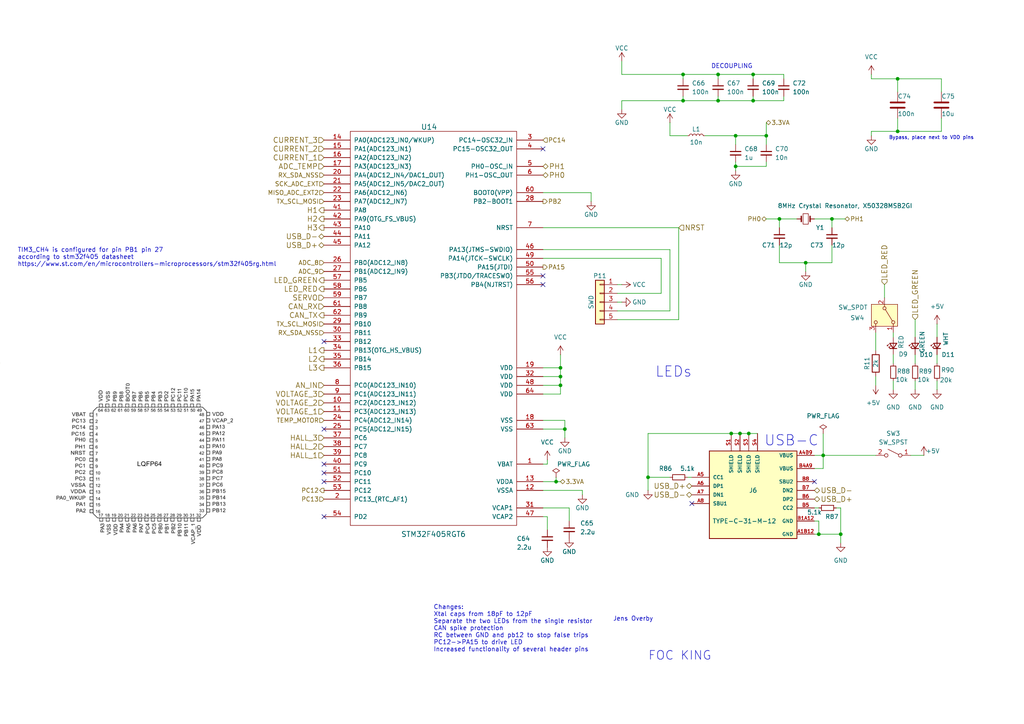
<source format=kicad_sch>
(kicad_sch (version 20231120) (generator "eeschema") (generator_version "8.0")
  (paper "A4")
  (junction (at 238.76 132.08))
  (junction (at 226.06 63.5))
  (junction (at 208.28 21.59))
  (junction (at 260.35 38.1))
  (junction (at 161.29 139.7))
  (junction (at 241.3 63.5))
  (junction (at 162.56 109.22))
  (junction (at 214.63 125.73))
  (junction (at 162.56 111.76))
  (junction (at 233.68 76.2))
  (junction (at 260.35 22.86))
  (junction (at 198.12 21.59))
  (junction (at 208.28 29.21))
  (junction (at -17.78 105.41))
  (junction (at 222.25 39.37))
  (junction (at 243.84 154.94))
  (junction (at 237.49 154.94))
  (junction (at 163.83 124.46))
  (junction (at 213.36 39.37))
  (junction (at 212.09 125.73))
  (junction (at 218.44 21.59))
  (junction (at 198.12 29.21))
  (junction (at 213.36 48.26))
  (junction (at 218.44 29.21))
  (junction (at 217.17 125.73))
  (junction (at 187.96 138.43))
  (junction (at -17.78 88.9))
  (junction (at 162.56 106.68))
  (no_connect (at 93.98 99.06))
  (no_connect (at 157.48 43.18))
  (no_connect (at -82.55 181.61))
  (no_connect (at 93.98 139.7))
  (no_connect (at 200.66 146.05))
  (no_connect (at 157.48 82.55))
  (no_connect (at 236.22 139.7))
  (no_connect (at 93.98 134.62))
  (no_connect (at 93.98 149.86))
  (no_connect (at -82.55 143.51))
  (no_connect (at 93.98 124.46))
  (no_connect (at 93.98 137.16))
  (no_connect (at -82.55 222.25))
  (no_connect (at 157.48 80.01))
  (wire (pts (xy -63.5 143.51) (xy -63.5 147.32)))
  (wire (pts (xy -29.21 88.9) (xy -17.78 88.9)))
  (wire (pts (xy -82.55 133.35) (xy -63.5 133.35)))
  (wire (pts (xy 252.73 22.86) (xy 260.35 22.86)))
  (wire (pts (xy 194.31 72.39) (xy 194.31 90.17)))
  (wire (pts (xy 254 96.52) (xy 254 101.6)))
  (wire (pts (xy -82.55 102.87) (xy -29.21 102.87)))
  (wire (pts (xy -17.78 95.25) (xy -17.78 88.9)))
  (wire (pts (xy -119.38 217.17) (xy -119.38 219.71)))
  (wire (pts (xy 273.05 22.86) (xy 273.05 26.67)))
  (wire (pts (xy 157.48 74.93) (xy 191.77 74.93)))
  (wire (pts (xy 157.48 106.68) (xy 162.56 106.68)))
  (wire (pts (xy 158.75 134.62) (xy 158.75 133.35)))
  (wire (pts (xy 208.28 29.21) (xy 218.44 29.21)))
  (wire (pts (xy -43.18 118.11) (xy -43.18 120.65)))
  (wire (pts (xy 198.12 29.21) (xy 208.28 29.21)))
  (wire (pts (xy 198.12 21.59) (xy 198.12 22.86)))
  (wire (pts (xy 180.34 31.75) (xy 180.34 29.21)))
  (wire (pts (xy 161.29 138.43) (xy 161.29 139.7)))
  (wire (pts (xy 237.49 151.13) (xy 237.49 154.94)))
  (wire (pts (xy 208.28 21.59) (xy 218.44 21.59)))
  (wire (pts (xy 194.31 39.37) (xy 199.39 39.37)))
  (wire (pts (xy 222.25 63.5) (xy 226.06 63.5)))
  (wire (pts (xy 213.36 41.91) (xy 213.36 39.37)))
  (wire (pts (xy 218.44 27.94) (xy 218.44 29.21)))
  (wire (pts (xy -111.76 223.52) (xy -111.76 222.25)))
  (wire (pts (xy 198.12 21.59) (xy 208.28 21.59)))
  (wire (pts (xy 163.83 121.92) (xy 163.83 124.46)))
  (wire (pts (xy 187.96 138.43) (xy 194.31 138.43)))
  (wire (pts (xy 243.84 154.94) (xy 243.84 157.48)))
  (wire (pts (xy 213.36 48.26) (xy 213.36 46.99)))
  (wire (pts (xy 241.3 71.12) (xy 241.3 76.2)))
  (wire (pts (xy 227.33 21.59) (xy 227.33 22.86)))
  (wire (pts (xy 180.34 82.55) (xy 179.07 82.55)))
  (wire (pts (xy 236.22 132.08) (xy 238.76 132.08)))
  (wire (pts (xy 241.3 63.5) (xy 241.3 66.04)))
  (wire (pts (xy 273.05 34.29) (xy 273.05 38.1)))
  (wire (pts (xy 162.56 111.76) (xy 157.48 111.76)))
  (wire (pts (xy -43.18 107.95) (xy -82.55 107.95)))
  (wire (pts (xy 162.56 139.7) (xy 161.29 139.7)))
  (wire (pts (xy 242.57 147.32) (xy 243.84 147.32)))
  (wire (pts (xy 171.45 58.42) (xy 171.45 55.88)))
  (wire (pts (xy 243.84 147.32) (xy 243.84 154.94)))
  (wire (pts (xy 162.56 109.22) (xy 162.56 111.76)))
  (wire (pts (xy -82.55 173.99) (xy -77.47 173.99)))
  (wire (pts (xy 204.47 39.37) (xy 213.36 39.37)))
  (wire (pts (xy -82.55 100.33) (xy -77.47 100.33)))
  (wire (pts (xy -17.78 105.41) (xy -8.89 105.41)))
  (wire (pts (xy 165.1 151.13) (xy 165.1 147.32)))
  (wire (pts (xy 218.44 21.59) (xy 218.44 22.86)))
  (wire (pts (xy -43.18 107.95) (xy -43.18 110.49)))
  (wire (pts (xy 157.48 121.92) (xy 163.83 121.92)))
  (wire (pts (xy 157.48 134.62) (xy 158.75 134.62)))
  (wire (pts (xy -35.56 69.85) (xy -33.02 69.85)))
  (wire (pts (xy -115.57 140.97) (xy -115.57 142.24)))
  (wire (pts (xy 179.07 92.71) (xy 196.85 92.71)))
  (wire (pts (xy 162.56 102.87) (xy 162.56 106.68)))
  (wire (pts (xy -17.78 100.33) (xy -17.78 105.41)))
  (wire (pts (xy 227.33 29.21) (xy 227.33 27.94)))
  (wire (pts (xy 256.54 82.55) (xy 256.54 86.36)))
  (wire (pts (xy 259.08 102.87) (xy 259.08 105.41)))
  (wire (pts (xy -115.57 219.71) (xy -115.57 220.98)))
  (wire (pts (xy 157.48 124.46) (xy 163.83 124.46)))
  (wire (pts (xy -111.76 144.78) (xy -111.76 143.51)))
  (wire (pts (xy 218.44 29.21) (xy 227.33 29.21)))
  (wire (pts (xy 217.17 125.73) (xy 219.71 125.73)))
  (wire (pts (xy 168.91 142.24) (xy 157.48 142.24)))
  (wire (pts (xy 213.36 48.26) (xy 222.25 48.26)))
  (wire (pts (xy 259.08 96.52) (xy 259.08 97.79)))
  (wire (pts (xy 265.43 92.71) (xy 265.43 97.79)))
  (wire (pts (xy 212.09 125.73) (xy 214.63 125.73)))
  (wire (pts (xy 161.29 139.7) (xy 157.48 139.7)))
  (wire (pts (xy 222.25 41.91) (xy 222.25 39.37)))
  (wire (pts (xy -119.38 138.43) (xy -119.38 140.97)))
  (wire (pts (xy 236.22 63.5) (xy 241.3 63.5)))
  (wire (pts (xy 233.68 76.2) (xy 233.68 78.74)))
  (wire (pts (xy 259.08 110.49) (xy 259.08 113.03)))
  (wire (pts (xy 158.75 149.86) (xy 158.75 153.67)))
  (wire (pts (xy -35.56 67.31) (xy -33.02 67.31)))
  (wire (pts (xy -35.56 64.77) (xy -33.02 64.77)))
  (wire (pts (xy 180.34 87.63) (xy 179.07 87.63)))
  (wire (pts (xy 157.48 149.86) (xy 158.75 149.86)))
  (wire (pts (xy 252.73 38.1) (xy 260.35 38.1)))
  (wire (pts (xy 191.77 74.93) (xy 191.77 85.09)))
  (wire (pts (xy 222.25 48.26) (xy 222.25 46.99)))
  (wire (pts (xy 271.78 110.49) (xy 271.78 113.03)))
  (wire (pts (xy 271.78 93.98) (xy 271.78 97.79)))
  (wire (pts (xy 162.56 114.3) (xy 157.48 114.3)))
  (wire (pts (xy 180.34 29.21) (xy 198.12 29.21)))
  (wire (pts (xy 238.76 125.73) (xy 238.76 132.08)))
  (wire (pts (xy -82.55 179.07) (xy -77.47 179.07)))
  (wire (pts (xy 265.43 102.87) (xy 265.43 105.41)))
  (wire (pts (xy 222.25 35.56) (xy 222.25 39.37)))
  (wire (pts (xy 243.84 154.94) (xy 237.49 154.94)))
  (wire (pts (xy 252.73 39.37) (xy 252.73 38.1)))
  (wire (pts (xy -82.55 176.53) (xy -59.69 176.53)))
  (wire (pts (xy -17.78 88.9) (xy -17.78 72.39)))
  (wire (pts (xy -111.76 143.51) (xy -110.49 143.51)))
  (wire (pts (xy -29.21 102.87) (xy -29.21 88.9)))
  (wire (pts (xy 194.31 35.56) (xy 194.31 39.37)))
  (wire (pts (xy 180.34 17.78) (xy 180.34 21.59)))
  (wire (pts (xy 236.22 154.94) (xy 237.49 154.94)))
  (wire (pts (xy 226.06 76.2) (xy 233.68 76.2)))
  (wire (pts (xy 271.78 102.87) (xy 271.78 105.41)))
  (wire (pts (xy 200.66 138.43) (xy 199.39 138.43)))
  (wire (pts (xy 265.43 110.49) (xy 265.43 113.03)))
  (wire (pts (xy 213.36 49.53) (xy 213.36 48.26)))
  (wire (pts (xy 233.68 76.2) (xy 241.3 76.2)))
  (wire (pts (xy 157.48 55.88) (xy 171.45 55.88)))
  (wire (pts (xy 238.76 132.08) (xy 238.76 135.89)))
  (wire (pts (xy 196.85 66.04) (xy 196.85 92.71)))
  (wire (pts (xy 260.35 38.1) (xy 273.05 38.1)))
  (wire (pts (xy 260.35 34.29) (xy 260.35 38.1)))
  (wire (pts (xy 187.96 125.73) (xy 187.96 138.43)))
  (wire (pts (xy 187.96 142.24) (xy 187.96 138.43)))
  (wire (pts (xy 222.25 39.37) (xy 213.36 39.37)))
  (wire (pts (xy 208.28 27.94) (xy 208.28 29.21)))
  (wire (pts (xy 236.22 151.13) (xy 237.49 151.13)))
  (wire (pts (xy 226.06 63.5) (xy 231.14 63.5)))
  (wire (pts (xy -111.76 222.25) (xy -110.49 222.25)))
  (wire (pts (xy 254 109.22) (xy 254 111.76)))
  (wire (pts (xy -110.49 219.71) (xy -115.57 219.71)))
  (wire (pts (xy -82.55 95.25) (xy -77.47 95.25)))
  (wire (pts (xy 212.09 125.73) (xy 187.96 125.73)))
  (wire (pts (xy 241.3 63.5) (xy 245.11 63.5)))
  (wire (pts (xy 264.16 132.08) (xy 267.97 132.08)))
  (wire (pts (xy 162.56 111.76) (xy 162.56 114.3)))
  (wire (pts (xy -119.38 217.17) (xy -110.49 217.17)))
  (wire (pts (xy -82.55 105.41) (xy -17.78 105.41)))
  (wire (pts (xy 162.56 109.22) (xy 157.48 109.22)))
  (wire (pts (xy 180.34 21.59) (xy 198.12 21.59)))
  (wire (pts (xy 260.35 22.86) (xy 273.05 22.86)))
  (wire (pts (xy -82.55 97.79) (xy -59.69 97.79)))
  (wire (pts (xy 260.35 22.86) (xy 260.35 26.67)))
  (wire (pts (xy 238.76 132.08) (xy 254 132.08)))
  (wire (pts (xy 191.77 85.09) (xy 179.07 85.09)))
  (wire (pts (xy 157.48 66.04) (xy 196.85 66.04)))
  (wire (pts (xy -17.78 120.65) (xy -17.78 119.38)))
  (wire (pts (xy 198.12 27.94) (xy 198.12 29.21)))
  (wire (pts (xy 218.44 21.59) (xy 227.33 21.59)))
  (wire (pts (xy 163.83 124.46) (xy 163.83 127)))
  (wire (pts (xy 252.73 21.59) (xy 252.73 22.86)))
  (wire (pts (xy 226.06 71.12) (xy 226.06 76.2)))
  (wire (pts (xy -17.78 105.41) (xy -17.78 111.76)))
  (wire (pts (xy 238.76 135.89) (xy 236.22 135.89)))
  (wire (pts (xy -63.5 133.35) (xy -63.5 135.89)))
  (wire (pts (xy 226.06 63.5) (xy 226.06 66.04)))
  (wire (pts (xy 157.48 72.39) (xy 194.31 72.39)))
  (wire (pts (xy 165.1 147.32) (xy 157.48 147.32)))
  (wire (pts (xy 214.63 125.73) (xy 217.17 125.73)))
  (wire (pts (xy 236.22 147.32) (xy 237.49 147.32)))
  (wire (pts (xy -35.56 72.39) (xy -17.78 72.39)))
  (wire (pts (xy 208.28 21.59) (xy 208.28 22.86)))
  (wire (pts (xy 194.31 90.17) (xy 179.07 90.17)))
  (wire (pts (xy -110.49 140.97) (xy -115.57 140.97)))
  (wire (pts (xy 168.91 143.51) (xy 168.91 142.24)))
  (wire (pts (xy -119.38 138.43) (xy -110.49 138.43)))
  (wire (pts (xy 162.56 106.68) (xy 162.56 109.22)))
  (image (at 41.91 134.62))
  (text "Input impedance 470R on every (CONN) pin makes\nit much more resilient to ESD, cross wiring, \nGPIO-GND/3V3 etc\n" (at -176.53 151.13 0) (effects (font (size 1.27 1.27)) (justify left bottom)))
  (text "Phase sensing" (at -64.77 111.76 0) (effects (font (size 1.27 1.27)) (justify left bottom)))
  (text "TIM3_CH4 is configured for pin PB1 pin 27\naccording to stm32f405 datasheet\nhttps://www.st.com/en/microcontrollers-microprocessors/stm32f405rg.html\n" (at 5.08 77.47 0) (effects (font (size 1.27 1.27)) (justify left bottom)))
  (text "DECOUPLING" (at 206.248 20.066 0) (effects (font (size 1.27 1.27)) (justify left bottom)))
  (text "Changes: \nXtal caps from 18pF to 12pF\nSeparate the two LEDs from the single resistor\nCAN spike protection\nRC between GND and pb12 to stop false trips\nPC12->PA15 to drive LED\nIncreased functionality of several header pins\n" (at 125.73 189.23 0) (effects (font (size 1.27 1.27)) (justify left bottom)))
  (text "LEDs\n" (at 189.992 109.728 0) (effects (font (size 2.9972 2.9972)) (justify left bottom)))
  (text "Jens Overby" (at 177.8 180.34 0) (effects (font (size 1.27 1.27)) (justify left bottom)))
  (text "not Bluepill / \nGD32F303 / \nArtery AT403pill\n" (at -53.34 135.89 0) (effects (font (size 1.27 1.27)) (justify left bottom)))
  (text "Likely use case: \nPWM Throttle\nEncoder on SPI, SSI \nor Incremental Peripherals\nGPIO" (at -182.88 125.73 0) (effects (font (size 1.27 1.27)) (justify left bottom)))
  (text "MISO and MOSI are useful to have \na link in case of one wire SSI\nDNP if full duplex required\n(Connect PB4, PB5 with 2k2 resistor)" (at -182.88 110.49 0) (effects (font (size 1.27 1.27)) (justify left bottom)))
  (text "Reserved PWM\n" (at -134.62 104.14 0) (effects (font (size 1.27 1.27)) (justify left bottom)))
  (text "Likely use case: \nPWM Throttle\nIncremental Encoder \nScreen Comms\nPeripherals\nGPIO" (at -182.88 139.7 0) (effects (font (size 1.27 1.27)) (justify left bottom)))
  (text "Reserved for USB \nDO NOT CONNECT" (at -142.24 115.57 0) (effects (font (size 1.27 1.27)) (justify left bottom)))
  (text "FOC KING" (at 187.96 191.77 0) (effects (font (size 2.54 2.54)) (justify left bottom)))
  (text "Phase sensing" (at -64.77 118.11 0) (effects (font (size 1.27 1.27)) (justify left bottom)))
  (text "USB-C\n" (at 221.615 129.667 0) (effects (font (size 2.9972 2.9972)) (justify left bottom)))
  (text "Bypass, place next to VDD pins" (at 257.81 40.64 0) (effects (font (size 1.016 1.016)) (justify left bottom)))
  (hierarchical_label "VOLTAGE_2" (shape input) (at -82.55 194.31 0) (effects (font (size 1.524 1.524))))
  (hierarchical_label "CURRENT_3" (shape input) (at -82.55 125.73 0) (effects (font (size 1.524 1.524))))
  (hierarchical_label "ADC_8" (shape input) (at 93.98 76.2 180))
  (hierarchical_label "RX_SDA_NSS" (shape input) (at 93.98 96.52 180))
  (hierarchical_label "USB_D+" (shape bidirectional) (at 200.66 140.97 180) (effects (font (size 1.524 1.524))))
  (hierarchical_label "H3" (shape output) (at -110.49 102.87 180) (effects (font (size 1.524 1.524))))
  (hierarchical_label "PC12" (shape output) (at -110.49 173.99 180))
  (hierarchical_label "NRST" (shape input) (at 196.85 66.04 0) (effects (font (size 1.5 1.5))))
  (hierarchical_label "HALL_2" (shape input) (at -82.55 138.43 0) (effects (font (size 1.524 1.524))))
  (hierarchical_label "NRST" (shape input) (at -63.5 133.35 0) (effects (font (size 1.5 1.5))))
  (hierarchical_label "CAN_RX" (shape input) (at -110.49 212.09 180) (effects (font (size 1.524 1.524))))
  (hierarchical_label "MISO_ADC_EXT2" (shape input) (at -110.49 194.31 180))
  (hierarchical_label "LED_RED" (shape output) (at -110.49 207.01 180) (effects (font (size 1.524 1.524))))
  (hierarchical_label "CURRENT_2" (shape input) (at 93.98 43.18 180) (effects (font (size 1.524 1.524))))
  (hierarchical_label "H1" (shape output) (at 93.98 60.96 180) (effects (font (size 1.524 1.524))))
  (hierarchical_label "TEMP_MOTOR" (shape input) (at 93.98 121.92 180))
  (hierarchical_label "H1" (shape output) (at -110.49 176.53 180) (effects (font (size 1.524 1.524))))
  (hierarchical_label "PC14" (shape input) (at 157.48 40.64 0))
  (hierarchical_label "SERVO" (shape input) (at 93.98 86.36 180) (effects (font (size 1.524 1.524))))
  (hierarchical_label "ADC_9" (shape input) (at -110.49 123.19 180))
  (hierarchical_label "VOLTAGE_3" (shape input) (at -82.55 196.85 0) (effects (font (size 1.524 1.524))))
  (hierarchical_label "TX_SCL_MOSI" (shape input) (at -110.49 113.03 180))
  (hierarchical_label "CAN_RX" (shape input) (at 93.98 88.9 180) (effects (font (size 1.524 1.524))))
  (hierarchical_label "PC13" (shape input) (at -82.55 130.81 0))
  (hierarchical_label "PB2" (shape output) (at 157.48 58.42 0))
  (hierarchical_label "PC14" (shape input) (at -82.55 207.01 0))
  (hierarchical_label "HALL_1" (shape input) (at -82.55 140.97 0) (effects (font (size 1.524 1.524))))
  (hierarchical_label "CAN_TX" (shape output) (at -110.49 214.63 180) (effects (font (size 1.524 1.524))))
  (hierarchical_label "L3" (shape output) (at -110.49 189.23 180) (effects (font (size 1.524 1.524))))
  (hierarchical_label "L1" (shape output) (at -110.49 105.41 180) (effects (font (size 1.524 1.524))))
  (hierarchical_label "ADC_TEMP" (shape input) (at -82.55 186.69 0) (effects (font (size 1.524 1.524))))
  (hierarchical_label "VOLTAGE_3" (shape input) (at 93.98 114.3 180) (effects (font (size 1.524 1.524))))
  (hierarchical_label "HALL_3" (shape input) (at -82.55 135.89 0) (effects (font (size 1.524 1.524))))
  (hierarchical_label "SCK_ADC_EXT" (shape input) (at -110.49 118.11 180))
  (hierarchical_label "CURRENT_3" (shape input) (at -82.55 204.47 0) (effects (font (size 1.524 1.524))))
  (hierarchical_label "L1" (shape output) (at -110.49 184.15 180) (effects (font (size 1.524 1.524))))
  (hierarchical_label "PC13" (shape input) (at -82.55 209.55 0))
  (hierarchical_label "CURRENT_1" (shape input) (at 93.98 45.72 180) (effects (font (size 1.524 1.524))))
  (hierarchical_label "VOLTAGE_1" (shape input) (at 93.98 119.38 180) (effects (font (size 1.524 1.524))))
  (hierarchical_label "L2" (shape output) (at 93.98 104.14 180) (effects (font (size 1.524 1.524))))
  (hierarchical_label "TX_SCL_MOSI" (shape input) (at 93.98 58.42 180))
  (hierarchical_label "PC12" (shape output) (at -110.49 95.25 180))
  (hierarchical_label "HALL_3" (shape input) (at 93.98 127 180) (effects (font (size 1.524 1.524))))
  (hierarchical_label "MISO_ADC_EXT2" (shape input) (at 93.98 55.88 180))
  (hierarchical_label "TEMP_MOTOR" (shape input) (at -110.49 130.81 180))
  (hierarchical_label "PH1" (shape bidirectional) (at 245.11 63.5 0))
  (hierarchical_label "RX_SDA_NSS" (shape input) (at 93.98 50.8 180))
  (hierarchical_label "VOLTAGE_1" (shape input) (at -82.55 113.03 0) (effects (font (size 1.524 1.524))))
  (hierarchical_label "LED_RED" (shape input) (at 256.54 82.55 90) (effects (font (size 1.524 1.524))))
  (hierarchical_label "VOLTAGE_3" (shape input) (at -82.55 118.11 0) (effects (font (size 1.524 1.524))))
  (hierarchical_label "SCK_ADC_EXT" (shape input) (at 93.98 53.34 180))
  (hierarchical_label "3.3VA" (shape bidirectional) (at 222.25 35.56 0))
  (hierarchical_label "ADC_8" (shape input) (at -110.49 125.73 180))
  (hierarchical_label "HALL_1" (shape input) (at -82.55 219.71 0) (effects (font (size 1.524 1.524))))
  (hierarchical_label "VOLTAGE_2" (shape input) (at 93.98 116.84 180) (effects (font (size 1.524 1.524))))
  (hierarchical_label "AN_IN" (shape input) (at -82.55 110.49 0) (effects (font (size 1.524 1.524))))
  (hierarchical_label "PA15" (shape output) (at 157.48 77.47 0))
  (hierarchical_label "USB_D-" (shape bidirectional) (at 236.22 142.24 0) (effects (font (size 1.524 1.524))))
  (hierarchical_label "H2" (shape output) (at -110.49 179.07 180) (effects (font (size 1.524 1.524))))
  (hierarchical_label "ADC_8" (shape input) (at -110.49 204.47 180))
  (hierarchical_label "3.3VA" (shape bidirectional) (at 162.56 139.7 0))
  (hierarchical_label "H2" (shape output) (at -110.49 100.33 180) (effects (font (size 1.524 1.524))))
  (hierarchical_label "SCK_ADC_EXT" (shape input) (at -110.49 196.85 180))
  (hierarchical_label "HALL_2" (shape input) (at -82.55 217.17 0) (effects (font (size 1.524 1.524))))
  (hierarchical_label "RX_SDA_NSS" (shape input) (at -110.49 120.65 180))
  (hierarchical_label "PC13" (shape input) (at 93.98 144.78 180))
  (hierarchical_label "PH1" (shape bidirectional) (at 157.48 48.26 0) (effects (font (size 1.5 1.5))))
  (hierarchical_label "RX_SDA_NSS" (shape input) (at -110.49 199.39 180))
  (hierarchical_label "L3" (shape output) (at 93.98 106.68 180) (effects (font (size 1.524 1.524))))
  (hierarchical_label "L1" (shape output) (at 93.98 101.6 180) (effects (font (size 1.524 1.524))))
  (hierarchical_label "L3" (shape output) (at -110.49 110.49 180) (effects (font (size 1.524 1.524))))
  (hierarchical_label "USB_D-" (shape bidirectional) (at 200.66 143.51 180) (effects (font (size 1.524 1.524))))
  (hierarchical_label "USB_D+" (shape bidirectional) (at 93.98 71.12 180) (effects (font (size 1.524 1.524))))
  (hierarchical_label "LED_GREEN" (shape output) (at 93.98 81.28 180) (effects (font (size 1.524 1.524))))
  (hierarchical_label "CURRENT_3" (shape input) (at 93.98 40.64 180) (effects (font (size 1.524 1.524))))
  (hierarchical_label "HALL_1" (shape input) (at 93.98 132.08 180) (effects (font (size 1.524 1.524))))
  (hierarchical_label "ADC_9" (shape input) (at 93.98 78.74 180))
  (hierarchical_label "CAN_RX" (shape input) (at -110.49 133.35 180) (effects (font (size 1.524 1.524))))
  (hierarchical_label "NRST" (shape input) (at -82.55 212.09 0) (effects (font (size 1.5 1.5))))
  (hierarchical_label "AN_IN" (shape input) (at 93.98 111.76 180) (effects (font (size 1.524 1.524))))
  (hierarchical_label "MISO_ADC_EXT2" (shape input) (at -110.49 115.57 180))
  (hierarchical_label "L2" (shape output) (at -110.49 107.95 180) (effects (font (size 1.524 1.524))))
  (hierarchical_label "CURRENT_2" (shape input) (at -82.55 201.93 0) (effects (font (size 1.524 1.524))))
  (hierarchical_label "PH0" (shape bidirectional) (at 222.25 63.5 180))
  (hierarchical_label "TX_SCL_MOSI" (shape input) (at 93.98 93.98 180))
  (hierarchical_label "TEMP_MOTOR" (shape input) (at -110.49 209.55 180))
  (hierarchical_label "CAN_TX" (shape output) (at 93.98 91.44 180) (effects (font (size 1.524 1.524))))
  (hierarchical_label "HALL_2" (shape input) (at 93.98 129.54 180) (effects (font (size 1.524 1.524))))
  (hierarchical_label "L2" (shape output) (at -110.49 186.69 180) (effects (font (size 1.524 1.524))))
  (hierarchical_label "SERVO" (shape input) (at -82.55 184.15 0) (effects (font (size 1.524 1.524))))
  (hierarchical_label "PC14" (shape input) (at -82.55 128.27 0))
  (hierarchical_label "LED_RED" (shape output) (at 93.98 83.82 180) (effects (font (size 1.524 1.524))))
  (hierarchical_label "CURRENT_1" (shape input) (at -82.55 120.65 0) (effects (font (size 1.524 1.524))))
  (hierarchical_label "ADC_9" (shape input) (at -110.49 201.93 180))
  (hierarchical_label "H2" (shape output) (at 93.98 63.5 180) (effects (font (size 1.524 1.524))))
  (hierarchical_label "TX_SCL_MOSI" (shape input) (at -110.49 191.77 180))
  (hierarchical_label "LED_GREEN" (shape input) (at 265.43 92.71 90) (effects (font (size 1.524 1.524))))
  (hierarchical_label "CURRENT_1" (shape input) (at -82.55 199.39 0) (effects (font (size 1.524 1.524))))
  (hierarchical_label "VOLTAGE_2" (shape input) (at -82.55 115.57 0) (effects (font (size 1.524 1.524))))
  (hierarchical_label "AN_IN" (shape input) (at -82.55 189.23 0) (effects (font (size 1.524 1.524))))
  (hierarchical_label "PC12" (shape output) (at 93.98 142.24 180))
  (hierarchical_label "H1" (shape output) (at -110.49 97.79 180) (effects (font (size 1.524 1.524))))
  (hierarchical_label "PH0" (shape bidirectional) (at 157.48 50.8 0) (effects (font (size 1.5 1.5))))
  (hierarchical_label "CURRENT_2" (shape input) (at -82.55 123.19 0) (effects (font (size 1.524 1.524))))
  (hierarchical_label "LED_RED" (shape output) (at -110.49 128.27 180) (effects (font (size 1.524 1.524))))
  (hierarchical_label "HALL_3" (shape input) (at -82.55 214.63 0) (effects (font (size 1.524 1.524))))
  (hierarchical_label "ADC_TEMP" (shape input) (at -43.18 107.95 0) (effects (font (size 1.524 1.524))))
  (hierarchical_label "ADC_TEMP" (shape input) (at 93.98 48.26 180) (effects (font (size 1.524 1.524))))
  (hierarchical_label "USB_D+" (shape bidirectional) (at 236.22 144.78 0) (effects (font (size 1.524 1.524))))
  (hierarchical_label "SERVO" (shape input) (at -8.89 105.41 0) (effects (font (size 1.524 1.524))))
  (hierarchical_label "VOLTAGE_1" (shape input) (at -82.55 191.77 0) (effects (font (size 1.524 1.524))))
  (hierarchical_label "H3" (shape output) (at 93.98 66.04 180) (effects (font (size 1.524 1.524))))
  (hierarchical_label "H3" (shape output) (at -110.49 181.61 180) (effects (font (size 1.524 1.524))))
  (hierarchical_label "USB_D-" (shape bidirectional) (at 93.98 68.58 180) (effects (font (size 1.524 1.524))))
  (hierarchical_label "CAN_TX" (shape output) (at -110.49 135.89 180) (effects (font (size 1.524 1.524))))
  (symbol (lib_id "power:+5V") (at -77.47 173.99 270) (unit 1)
    (property "Reference" "#PWR069" (effects (hide yes)))
    (property "Value" "+5V" (at -69.85 173.99 90) (effects (justify right)))
    (property "Description" "Power symbol creates a global label with name \"+5V\"" (effects (hide yes)))
  )
  (symbol (lib_id "Device:C_Small") (at 218.44 25.4 0) (unit 1)
    (property "Reference" "C69" (at 220.98 24.13 0) (effects (justify left)))
    (property "Value" "100n" (at 220.98 26.67 0) (effects (justify left)))
    (property "Footprint" "Capacitor_SMD:C_0603_1608Metric" (effects (hide yes)))
    (property "Datasheet" "https://datasheet.lcsc.com/lcsc/1810191219_Samsung-Electro-Mechanics-CL05B104KO5NNNC_C1525.pdf" (effects (hide yes)))
    (property "LCSC" "C14663" (effects (hide yes)))
  )
  (symbol (lib_id "Connector_Generic:Conn_01x05") (at 173.99 87.63 0) (mirror y) (unit 1)
    (property "Reference" "P11" (at 173.99 80.01 0))
    (property "Value" "SWD" (at 171.45 87.63 90))
    (property "Footprint" "Connector_PinHeader_2.54mm:PinHeader_1x05_P2.54mm_Vertical" (effects (hide yes)))
  )
  (symbol (lib_id "power:GND") (at 265.43 113.03 0) (unit 1)
    (property "Reference" "#PWR096" (effects (hide yes)))
    (property "Value" "GND" (at 265.43 118.11 0))
    (property "Description" "Power symbol creates a global label with name \"GND\" , ground" (effects (hide yes)))
  )
  (symbol (lib_id "Device:R_Small") (at 265.43 107.95 180) (unit 1)
    (property "Reference" "R89" (at 266.446 107.696 0) (effects (justify right)))
    (property "Value" "10k" (at 266.065 110.109 0) (effects (justify right)))
    (property "Footprint" "Resistor_SMD:R_0603_1608Metric" (effects (hide yes)))
    (property "LCSC" "C25804" (effects (hide yes)))
  )
  (symbol (lib_id "Device:R_Small") (at 259.08 107.95 180) (unit 1)
    (property "Reference" "R88" (at 260.096 107.696 0) (effects (justify right)))
    (property "Value" "10k" (at 259.715 110.109 0) (effects (justify right)))
    (property "Footprint" "Resistor_SMD:R_0603_1608Metric" (effects (hide yes)))
    (property "LCSC" "C25804" (effects (hide yes)))
  )
  (symbol (lib_id "power:GND") (at 163.83 127 0) (unit 1)
    (property "Reference" "#PWR082" (effects (hide yes)))
    (property "Value" "GND" (at 163.83 130.81 0))
    (property "Description" "Power symbol creates a global label with name \"GND\" , ground" (effects (hide yes)))
  )
  (symbol (lib_id "power:GND") (at 165.1 156.21 0) (unit 1)
    (property "Reference" "#PWR083" (effects (hide yes)))
    (property "Value" "GND" (at 165.1 160.02 0))
    (property "Description" "Power symbol creates a global label with name \"GND\" , ground" (effects (hide yes)))
  )
  (symbol (lib_id "Device:R") (at 254 105.41 180) (unit 1)
    (property "Reference" "R11" (at 251.46 105.41 90))
    (property "Value" "2k" (at 254 105.41 90))
    (property "Footprint" "Resistor_SMD:R_0603_1608Metric" (effects (hide yes)))
    (property "LCSC" "C22975" (effects (hide yes)))
  )
  (symbol (lib_id "power:GND") (at -63.5 147.32 0) (unit 1)
    (property "Reference" "#PWR071" (effects (hide yes)))
    (property "Value" "GND" (at -66.04 149.86 90) (effects (justify left)))
    (property "Description" "Power symbol creates a global label with name \"GND\" , ground" (effects (hide yes)))
  )
  (symbol (lib_id "power:GND") (at 252.73 39.37 0) (unit 1)
    (property "Reference" "#PWR098" (effects (hide yes)))
    (property "Value" "GND" (at 252.73 43.18 0))
    (property "Description" "Power symbol creates a global label with name \"GND\" , ground" (effects (hide yes)))
  )
  (symbol (lib_id "power:+5V") (at 271.78 93.98 0) (unit 1)
    (property "Reference" "#PWR099" (effects (hide yes)))
    (property "Value" "+5V" (at 271.78 88.9 0))
    (property "Description" "Power symbol creates a global label with name \"+5V\"" (effects (hide yes)))
  )
  (symbol (lib_id "power:VCC") (at 180.34 82.55 270) (unit 1)
    (property "Reference" "#PWR088" (effects (hide yes)))
    (property "Value" "VCC" (at 185.42 82.55 90))
    (property "Description" "Power symbol creates a global label with name \"VCC\"" (effects (hide yes)))
  )
  (symbol (lib_id "power:GND") (at 158.75 158.75 0) (unit 1)
    (property "Reference" "#PWR080" (effects (hide yes)))
    (property "Value" "GND" (at 158.75 162.56 0))
    (property "Description" "Power symbol creates a global label with name \"GND\" , ground" (effects (hide yes)))
  )
  (symbol (lib_id "power:GND") (at 271.78 113.03 0) (unit 1)
    (property "Reference" "#PWR0100" (effects (hide yes)))
    (property "Value" "GND" (at 271.78 118.11 0))
    (property "Description" "Power symbol creates a global label with name \"GND\" , ground" (effects (hide yes)))
  )
  (symbol (lib_id "Device:C_Small") (at 198.12 25.4 0) (unit 1)
    (property "Reference" "C66" (at 200.66 24.13 0) (effects (justify left)))
    (property "Value" "100n" (at 200.66 26.67 0) (effects (justify left)))
    (property "Footprint" "Capacitor_SMD:C_0603_1608Metric" (effects (hide yes)))
    (property "Datasheet" "https://datasheet.lcsc.com/lcsc/1810191219_Samsung-Electro-Mechanics-CL05B104KO5NNNC_C1525.pdf" (effects (hide yes)))
    (property "LCSC" "C14663" (effects (hide yes)))
  )
  (symbol (lib_id "power:VCC") (at 158.75 133.35 0) (unit 1)
    (property "Reference" "#PWR079" (effects (hide yes)))
    (property "Value" "VCC" (at 158.75 128.27 0))
    (property "Description" "Power symbol creates a global label with name \"VCC\"" (effects (hide yes)))
  )
  (symbol (lib_id "Device:C") (at -63.5 139.7 0) (unit 1)
    (property "Reference" "C61" (at -59.69 139.7 0) (effects (justify left)))
    (property "Value" "100n" (at -60.96 142.24 0) (effects (justify left)))
    (property "Footprint" "Capacitor_SMD:C_0603_1608Metric" (effects (hide yes)))
    (property "MFR PT" "CC0603KRX7R9BB104" (effects (hide yes)))
    (property "LCSC" "C14663" (effects (hide yes)))
  )
  (symbol (lib_id "power:GND") (at 233.68 78.74 0) (unit 1)
    (property "Reference" "#PWR093" (effects (hide yes)))
    (property "Value" "GND" (at 233.68 82.55 0))
    (property "Description" "Power symbol creates a global label with name \"GND\" , ground" (effects (hide yes)))
  )
  (symbol (lib_id "Device:R_Small") (at 196.85 138.43 270) (unit 1)
    (property "Reference" "R86" (at 193.04 135.89 90))
    (property "Value" "5.1k" (at 199.39 135.89 90))
    (property "Footprint" "Resistor_SMD:R_0603_1608Metric" (effects (hide yes)))
    (property "LCSC" "C23186" (effects (hide yes)))
  )
  (symbol (lib_id "power:GND") (at -59.69 176.53 90) (unit 1)
    (property "Reference" "#PWR073" (effects (hide yes)))
    (property "Value" "GND" (at -52.07 176.53 90) (effects (justify left)))
    (property "Description" "Power symbol creates a global label with name \"GND\" , ground" (effects (hide yes)))
  )
  (symbol (lib_id "power:GND") (at -43.18 120.65 0) (unit 1)
    (property "Reference" "#PWR074" (effects (hide yes)))
    (property "Value" "GND" (at -45.72 123.19 90) (effects (justify left)))
    (property "Description" "Power symbol creates a global label with name \"GND\" , ground" (effects (hide yes)))
  )
  (symbol (lib_id "power:GND") (at 259.08 113.03 0) (unit 1)
    (property "Reference" "#PWR095" (effects (hide yes)))
    (property "Value" "GND" (at 259.08 118.11 0))
    (property "Description" "Power symbol creates a global label with name \"GND\" , ground" (effects (hide yes)))
  )
  (symbol (lib_id "power:+5V") (at -33.02 64.77 270) (unit 1)
    (property "Reference" "#PWR075" (effects (hide yes)))
    (property "Value" "+5V" (at -27.94 64.77 90))
    (property "Description" "Power symbol creates a global label with name \"+5V\"" (effects (hide yes)))
  )
  (symbol (lib_id "CCC_ESC_Custom_Symbols:STM32F401CCU6_Balckpill") (at -107.95 171.45 0) (unit 1)
    (property "Reference" "U13" (at -96.52 166.37 0))
    (property "Value" "STM32F401CCU6_Blackpill" (at -96.52 168.91 0))
    (property "Footprint" "Custom:Blackpill_STM32F401CEU6" (effects (hide yes)))
  )
  (symbol (lib_id "power:VCC") (at 162.56 102.87 0) (unit 1)
    (property "Reference" "#PWR081" (effects (hide yes)))
    (property "Value" "VCC" (at 162.56 97.79 0))
    (property "Description" "Power symbol creates a global label with name \"VCC\"" (effects (hide yes)))
  )
  (symbol (lib_id "Device:R_Small") (at -17.78 97.79 0) (mirror y) (unit 1)
    (property "Reference" "R85" (at -20.32 96.52 90) (effects (justify right)))
    (property "Value" "100R" (at -15.24 95.25 90) (effects (justify right)))
    (property "Footprint" "Resistor_SMD:R_0603_1608Metric" (effects (hide yes)))
    (property "LCSC" "C22775" (effects (hide yes)))
  )
  (symbol (lib_id "power:VCC") (at -77.47 100.33 270) (unit 1)
    (property "Reference" "#PWR068" (effects (hide yes)))
    (property "Value" "VCC" (at -69.85 100.33 90) (effects (justify right)))
    (property "Description" "Power symbol creates a global label with name \"VCC\"" (effects (hide yes)))
  )
  (symbol (lib_id "Device:Crystal_Small") (at 233.68 63.5 0) (unit 1)
    (property "Reference" "Y1" (at 237.871 66.04 0))
    (property "Value" "8MHz Crystal Resonator, X50328MSB2GI" (at 245.11 59.69 0))
    (property "Footprint" "Crystal:Crystal_SMD_5032-2Pin_5.0x3.2mm" (effects (hide yes)))
    (property "LCSC" "C115962" (effects (hide yes)))
  )
  (symbol (lib_id "Device:C_Small") (at 208.28 25.4 0) (unit 1)
    (property "Reference" "C67" (at 210.82 24.13 0) (effects (justify left)))
    (property "Value" "100n" (at 210.82 26.67 0) (effects (justify left)))
    (property "Footprint" "Capacitor_SMD:C_0603_1608Metric" (effects (hide yes)))
    (property "Datasheet" "https://datasheet.lcsc.com/lcsc/1810191219_Samsung-Electro-Mechanics-CL05B104KO5NNNC_C1525.pdf" (effects (hide yes)))
    (property "LCSC" "C14663" (effects (hide yes)))
  )
  (symbol (lib_id "power:+5V") (at 254 111.76 180) (unit 1)
    (property "Reference" "#PWR0105" (effects (hide yes)))
    (property "Value" "+5V" (at 253.238 116.84 0))
    (property "Description" "Power symbol creates a global label with name \"+5V\"" (effects (hide yes)))
  )
  (symbol (lib_id "power:VCC") (at -77.47 179.07 270) (unit 1)
    (property "Reference" "#PWR070" (effects (hide yes)))
    (property "Value" "VCC" (at -69.85 179.07 90) (effects (justify right)))
    (property "Description" "Power symbol creates a global label with name \"VCC\"" (effects (hide yes)))
  )
  (symbol (lib_id "power:GND") (at -59.69 97.79 90) (unit 1)
    (property "Reference" "#PWR072" (effects (hide yes)))
    (property "Value" "GND" (at -52.07 97.79 90) (effects (justify left)))
    (property "Description" "Power symbol creates a global label with name \"GND\" , ground" (effects (hide yes)))
  )
  (symbol (lib_id "Device:LED_Small") (at 259.08 100.33 90) (unit 1)
    (property "Reference" "D9" (at 260.604 102.743 90) (effects (justify right)))
    (property "Value" "RED" (at 261.366 99.187 0))
    (property "Footprint" "LED_SMD:LED_0805_2012Metric" (effects (hide yes)))
    (property "Datasheet" "https://datasheet.lcsc.com/lcsc/2008201033_Foshan-NationStar-Optoelectronics-NCD0603G2_C87326.pdf" (effects (hide yes)))
    (property "LCSC" "C84256" (effects (hide yes)))
  )
  (symbol (lib_id "power:VCC") (at -111.76 223.52 180) (unit 1)
    (property "Reference" "#PWR066" (effects (hide yes)))
    (property "Value" "VCC" (at -111.76 227.33 0) (effects (justify right)))
    (property "Description" "Power symbol creates a global label with name \"VCC\"" (effects (hide yes)))
  )
  (symbol (lib_id "power:GND") (at -17.78 120.65 0) (mirror y) (unit 1)
    (property "Reference" "#PWR078" (effects (hide yes)))
    (property "Value" "GND" (at -17.78 124.46 0))
    (property "Description" "Power symbol creates a global label with name \"GND\" , ground" (effects (hide yes)))
  )
  (symbol (lib_id "Connector_Generic:Conn_01x04") (at -40.64 69.85 180) (unit 1)
    (property "Reference" "J5" (at -40.64 60.96 0))
    (property "Value" "servo" (at -40.64 76.2 0))
    (property "Footprint" "Connector_JST:JST_XH_B4B-XH-A_1x04_P2.50mm_Vertical" (effects (hide yes)))
  )
  (symbol (lib_id "power:+5V") (at -119.38 219.71 180) (unit 1)
    (property "Reference" "#PWR062" (effects (hide yes)))
    (property "Value" "+5V" (at -124.46 220.98 0) (effects (justify right)))
    (property "Description" "Power symbol creates a global label with name \"+5V\"" (effects (hide yes)))
  )
  (symbol (lib_id "power:GND") (at -115.57 220.98 0) (unit 1)
    (property "Reference" "#PWR064" (effects (hide yes)))
    (property "Value" "GND" (at -118.11 224.79 0))
    (property "Description" "Power symbol creates a global label with name \"GND\" , ground" (effects (hide yes)))
  )
  (symbol (lib_id "Device:C") (at -43.18 114.3 0) (unit 1)
    (property "Reference" "C62" (at -39.37 114.3 0) (effects (justify left)))
    (property "Value" "100n" (at -40.64 116.84 0) (effects (justify left)))
    (property "Footprint" "Capacitor_SMD:C_0603_1608Metric" (effects (hide yes)))
    (property "MFR PT" "CC0603KRX7R9BB104" (effects (hide yes)))
    (property "LCSC" "C14663" (effects (hide yes)))
  )
  (symbol (lib_id "Switch:SW_SPDT") (at 256.54 91.44 270) (unit 1)
    (property "Reference" "SW4" (at 248.666 92.202 90))
    (property "Value" "SW_SPDT" (at 247.396 89.154 90))
    (property "Footprint" "Jumper:SolderJumper-3_P1.3mm_Bridged2Bar12_Pad1.0x1.5mm" (effects (hide yes)))
    (property "Description" "Switch, single pole double throw" (effects (hide yes)))
  )
  (symbol (lib_id "power:VCC") (at -111.76 144.78 180) (unit 1)
    (property "Reference" "#PWR065" (effects (hide yes)))
    (property "Value" "VCC" (at -111.76 148.59 0) (effects (justify right)))
    (property "Description" "Power symbol creates a global label with name \"VCC\"" (effects (hide yes)))
  )
  (symbol (lib_id "Device:C_Small") (at 158.75 156.21 0) (unit 1)
    (property "Reference" "C64" (at 149.86 156.21 0) (effects (justify left)))
    (property "Value" "2.2u" (at 149.86 158.75 0) (effects (justify left)))
    (property "Footprint" "Capacitor_SMD:C_0603_1608Metric" (effects (hide yes)))
    (property "LCSC" "C23630" (effects (hide yes)))
  )
  (symbol (lib_id "Device:C_Small") (at 165.1 153.67 0) (unit 1)
    (property "Reference" "C65" (at 168.275 151.765 0) (effects (justify left)))
    (property "Value" "2.2u" (at 168.275 154.305 0) (effects (justify left)))
    (property "Footprint" "Capacitor_SMD:C_0603_1608Metric" (effects (hide yes)))
    (property "LCSC" "C23630" (effects (hide yes)))
  )
  (symbol (lib_id "power:GND") (at 187.96 142.24 0) (unit 1)
    (property "Reference" "#PWR090" (effects (hide yes)))
    (property "Value" "GND" (at 185.42 143.5101 0) (effects (justify right)))
    (property "Description" "Power symbol creates a global label with name \"GND\" , ground" (effects (hide yes)))
  )
  (symbol (lib_id "power:+5V") (at -119.38 140.97 180) (unit 1)
    (property "Reference" "#PWR061" (effects (hide yes)))
    (property "Value" "+5V" (at -124.46 142.24 0) (effects (justify right)))
    (property "Description" "Power symbol creates a global label with name \"+5V\"" (effects (hide yes)))
  )
  (symbol (lib_id "BLDC_4-rescue:STM32F40X_LQFP64") (at 125.73 95.25 0) (unit 1)
    (property "Reference" "U14" (at 124.46 36.83 0) (effects (font (size 1.524 1.524))))
    (property "Value" "STM32F405RGT6" (at 125.73 154.94 0) (effects (font (size 1.524 1.524))))
    (property "Footprint" "Package_QFP:LQFP-64_10x10mm_P0.5mm" (effects (hide yes)))
    (property "LCSC" "C15742" (effects (hide yes)))
  )
  (symbol (lib_id "power:GND") (at -33.02 67.31 90) (mirror x) (unit 1)
    (property "Reference" "#PWR076" (effects (hide yes)))
    (property "Value" "GND" (at -27.94 67.31 90))
    (property "Description" "Power symbol creates a global label with name \"GND\" , ground" (effects (hide yes)))
  )
  (symbol (lib_id "power:+5V") (at -77.47 95.25 270) (unit 1)
    (property "Reference" "#PWR067" (effects (hide yes)))
    (property "Value" "+5V" (at -69.85 95.25 90) (effects (justify right)))
    (property "Description" "Power symbol creates a global label with name \"+5V\"" (effects (hide yes)))
  )
  (symbol (lib_id "Device:C_Small") (at 213.36 44.45 0) (unit 1)
    (property "Reference" "C68" (at 215.9 43.18 0) (effects (justify left)))
    (property "Value" "1u" (at 215.9 45.72 0) (effects (justify left)))
    (property "Footprint" "Capacitor_SMD:C_0603_1608Metric" (effects (hide yes)))
    (property "Datasheet" "https://datasheet.lcsc.com/lcsc/1811091611_Samsung-Electro-Mechanics-CL05A105KA5NQNC_C52923.pdf" (effects (hide yes)))
    (property "LCSC" "C15849" (effects (hide yes)))
  )
  (symbol (lib_id "power:GND") (at 180.34 31.75 0) (unit 1)
    (property "Reference" "#PWR087" (effects (hide yes)))
    (property "Value" "GND" (at 180.34 35.56 0))
    (property "Description" "Power symbol creates a global label with name \"GND\" , ground" (effects (hide yes)))
  )
  (symbol (lib_id "power:VCC") (at 194.31 35.56 0) (unit 1)
    (property "Reference" "#PWR091" (effects (hide yes)))
    (property "Value" "VCC" (at 194.31 31.75 0))
    (property "Description" "Power symbol creates a global label with name \"VCC\"" (effects (hide yes)))
  )
  (symbol (lib_id "power:PWR_FLAG") (at 238.76 125.73 0) (unit 1)
    (property "Reference" "#FLG05" (effects (hide yes)))
    (property "Value" "PWR_FLAG" (at 238.76 120.65 0))
    (property "Description" "Special symbol for telling ERC where power comes from" (effects (hide yes)))
  )
  (symbol (lib_id "Device:LED_Small") (at 265.43 100.33 90) (unit 1)
    (property "Reference" "D10" (at 266.7 102.87 90) (effects (justify right)))
    (property "Value" "GREEN" (at 267.462 99.187 0))
    (property "Footprint" "LED_SMD:LED_0805_2012Metric" (effects (hide yes)))
    (property "LCSC" "C2297" (effects (hide yes)))
  )
  (symbol (lib_id "Device:C_Small") (at 227.33 25.4 0) (unit 1)
    (property "Reference" "C72" (at 229.87 24.13 0) (effects (justify left)))
    (property "Value" "100n" (at 229.87 26.67 0) (effects (justify left)))
    (property "Footprint" "Capacitor_SMD:C_0603_1608Metric" (effects (hide yes)))
    (property "Datasheet" "https://datasheet.lcsc.com/lcsc/1810191219_Samsung-Electro-Mechanics-CL05B104KO5NNNC_C1525.pdf" (effects (hide yes)))
    (property "LCSC" "C14663" (effects (hide yes)))
  )
  (symbol (lib_id "power:GND") (at 180.34 87.63 90) (unit 1)
    (property "Reference" "#PWR089" (effects (hide yes)))
    (property "Value" "GND" (at 185.42 87.63 90))
    (property "Description" "Power symbol creates a global label with name \"GND\" , ground" (effects (hide yes)))
  )
  (symbol (lib_id "Device:R_Small") (at 240.03 147.32 90) (unit 1)
    (property "Reference" "R87" (at 241.3 149.86 90))
    (property "Value" "5.1k" (at 236.22 148.59 90))
    (property "Footprint" "Resistor_SMD:R_0603_1608Metric" (effects (hide yes)))
    (property "LCSC" "C23186" (effects (hide yes)))
  )
  (symbol (lib_id "power:VCC") (at 180.34 17.78 0) (unit 1)
    (property "Reference" "#PWR086" (effects (hide yes)))
    (property "Value" "VCC" (at 180.34 13.97 0))
    (property "Description" "Power symbol creates a global label with name \"VCC\"" (effects (hide yes)))
  )
  (symbol (lib_id "TYPE-C-31-M-12:TYPE-C-31-M-12") (at 218.44 143.51 0) (unit 1)
    (property "Reference" "J6" (at 218.44 142.24 0))
    (property "Value" "TYPE-C-31-M-12" (at 215.9 151.13 0))
    (property "Footprint" "TYPE-C-31-M-12:HRO_TYPE-C-31-M-12" (effects (hide yes)))
    (property "Datasheet" "https://datasheet.lcsc.com/lcsc/2205251630_Korean-Hroparts-Elec-TYPE-C-31-M-12_C165948.pdf" (effects (hide yes)))
    (property "STANDARD" "Manufacturer Recommendations" (effects (hide yes)))
    (property "PARTREV" "A" (effects (hide yes)))
    (property "MAXIMUM_PACKAGE_HEIGHT" "3.31mm" (effects (hide yes)))
    (property "MANUFACTURER" "HRO Electronics" (effects (hide yes)))
    (property "LCSC" "C165948" (effects (hide yes)))
  )
  (symbol (lib_id "power:GND") (at 213.36 49.53 0) (unit 1)
    (property "Reference" "#PWR092" (effects (hide yes)))
    (property "Value" "GND" (at 213.36 53.34 0))
    (property "Description" "Power symbol creates a global label with name \"GND\" , ground" (effects (hide yes)))
  )
  (symbol (lib_id "power:VCC") (at -33.02 69.85 270) (mirror x) (unit 1)
    (property "Reference" "#PWR077" (effects (hide yes)))
    (property "Value" "VCC" (at -27.94 69.85 90))
    (property "Description" "Power symbol creates a global label with name \"VCC\"" (effects (hide yes)))
  )
  (symbol (lib_id "power:+5V") (at 267.97 132.08 0) (unit 1)
    (property "Reference" "#PWR0101" (effects (hide yes)))
    (property "Value" "+5V" (at 270.51 130.81 0))
    (property "Description" "Power symbol creates a global label with name \"+5V\"" (effects (hide yes)))
  )
  (symbol (lib_id "power:GND") (at 171.45 58.42 0) (unit 1)
    (property "Reference" "#PWR085" (effects (hide yes)))
    (property "Value" "GND" (at 171.45 62.23 0))
    (property "Description" "Power symbol creates a global label with name \"GND\" , ground" (effects (hide yes)))
  )
  (symbol (lib_id "CCC_ESC_Custom_Symbols:STM32F401CCU6_Balckpill") (at -107.95 92.71 0) (unit 1)
    (property "Reference" "U12" (at -96.52 87.63 0))
    (property "Value" "STM32F401CCU6_Blackpill" (at -96.52 90.17 0))
    (property "Footprint" "Custom:Blackpill_STM32F401CEU6" (effects (hide yes)))
  )
  (symbol (lib_id "Device:C_Small") (at 241.3 68.58 0) (unit 1)
    (property "Reference" "C73" (at 234.95 71.12 0) (effects (justify left)))
    (property "Value" "12p" (at 241.3 71.12 0) (effects (justify left)))
    (property "Footprint" "Capacitor_SMD:C_0603_1608Metric" (effects (hide yes)))
    (property "LCSC" "C38523" (effects (hide yes)))
  )
  (symbol (lib_id "Device:R_Small") (at 271.78 107.95 180) (unit 1)
    (property "Reference" "R90" (at 272.923 107.315 0) (effects (justify right)))
    (property "Value" "20k" (at 272.542 110.236 0) (effects (justify right)))
    (property "Footprint" "Resistor_SMD:R_0603_1608Metric" (effects (hide yes)))
    (property "LCSC" "C4184" (effects (hide yes)))
  )
  (symbol (lib_id "power:PWR_FLAG") (at 161.29 138.43 0) (unit 1)
    (property "Reference" "#FLG04" (effects (hide yes)))
    (property "Value" "PWR_FLAG" (at 166.37 134.62 0))
    (property "Description" "Special symbol for telling ERC where power comes from" (effects (hide yes)))
  )
  (symbol (lib_id "Device:C") (at 273.05 30.48 0) (unit 1)
    (property "Reference" "C75" (at 273.05 27.94 0) (effects (justify left)))
    (property "Value" "10u" (at 273.05 33.02 0) (effects (justify left)))
    (property "Footprint" "Capacitor_SMD:C_0603_1608Metric" (effects (hide yes)))
    (property "LCSC" "C96446" (effects (hide yes)))
  )
  (symbol (lib_id "Device:LED_Small") (at 271.78 100.33 90) (unit 1)
    (property "Reference" "D11" (at 273.05 102.87 90) (effects (justify right)))
    (property "Value" "WHT" (at 274.32 98.298 0))
    (property "Footprint" "LED_SMD:LED_0603_1608Metric" (effects (hide yes)))
    (property "LCSC" "C2290" (effects (hide yes)))
  )
  (symbol (lib_id "power:GND") (at 243.84 157.48 0) (unit 1)
    (property "Reference" "#PWR094" (effects (hide yes)))
    (property "Value" "GND" (at 243.84 162.56 0))
    (property "Description" "Power symbol creates a global label with name \"GND\" , ground" (effects (hide yes)))
  )
  (symbol (lib_id "Switch:SW_SPST") (at 259.08 132.08 0) (mirror y) (unit 1)
    (property "Reference" "SW3" (at 259.08 125.73 0))
    (property "Value" "SW_SPST" (at 259.08 128.27 0))
    (property "Footprint" "Jumper:SolderJumper-2_P1.3mm_Open_Pad1.0x1.5mm" (effects (hide yes)))
    (property "Description" "Single Pole Single Throw (SPST) switch" (effects (hide yes)))
  )
  (symbol (lib_id "power:GND") (at -115.57 142.24 0) (unit 1)
    (property "Reference" "#PWR063" (effects (hide yes)))
    (property "Value" "GND" (at -118.11 146.05 0))
    (property "Description" "Power symbol creates a global label with name \"GND\" , ground" (effects (hide yes)))
  )
  (symbol (lib_id "power:GND") (at 168.91 143.51 0) (unit 1)
    (property "Reference" "#PWR084" (effects (hide yes)))
    (property "Value" "GND" (at 168.91 147.32 0))
    (property "Description" "Power symbol creates a global label with name \"GND\" , ground" (effects (hide yes)))
  )
  (symbol (lib_id "Device:C") (at -17.78 115.57 0) (unit 1)
    (property "Reference" "C63" (at -16.51 118.11 0))
    (property "Value" "100n" (at -15.24 113.03 0))
    (property "Footprint" "Capacitor_SMD:C_0603_1608Metric" (effects (hide yes)))
    (property "LCSC" "C14663" (effects (hide yes)))
  )
  (symbol (lib_id "power:VCC") (at 252.73 21.59 0) (unit 1)
    (property "Reference" "#PWR097" (effects (hide yes)))
    (property "Value" "VCC" (at 252.73 16.51 0))
    (property "Description" "Power symbol creates a global label with name \"VCC\"" (effects (hide yes)))
  )
  (symbol (lib_id "Device:C_Small") (at 222.25 44.45 0) (unit 1)
    (property "Reference" "C70" (at 224.79 43.18 0) (effects (justify left)))
    (property "Value" "10n" (at 224.79 45.72 0) (effects (justify left)))
    (property "Footprint" "Capacitor_SMD:C_0603_1608Metric" (effects (hide yes)))
    (property "LCSC" "C57112" (effects (hide yes)))
  )
  (symbol (lib_id "Device:L_Small") (at 201.93 39.37 90) (unit 1)
    (property "Reference" "L1" (at 201.93 37.465 90))
    (property "Value" "10n" (at 201.93 41.275 90))
    (property "Footprint" "Inductor_SMD:L_0805_2012Metric" (effects (hide yes)))
    (property "LCSC" " C1046" (effects (hide yes)))
  )
  (symbol (lib_id "Device:C_Small") (at 226.06 68.58 0) (unit 1)
    (property "Reference" "C71" (at 220.98 71.12 0) (effects (justify left)))
    (property "Value" "12p" (at 226.06 71.12 0) (effects (justify left)))
    (property "Footprint" "Capacitor_SMD:C_0603_1608Metric" (effects (hide yes)))
    (property "LCSC" "C38523" (effects (hide yes)))
  )
  (symbol (lib_id "Device:C") (at 260.35 30.48 0) (unit 1)
    (property "Reference" "C74" (at 260.35 27.94 0) (effects (justify left)))
    (property "Value" "100n" (at 260.35 33.02 0) (effects (justify left)))
    (property "Footprint" "Capacitor_SMD:C_0603_1608Metric" (effects (hide yes)))
    (property "LCSC" "C14663" (effects (hide yes)))
  )
)
</source>
